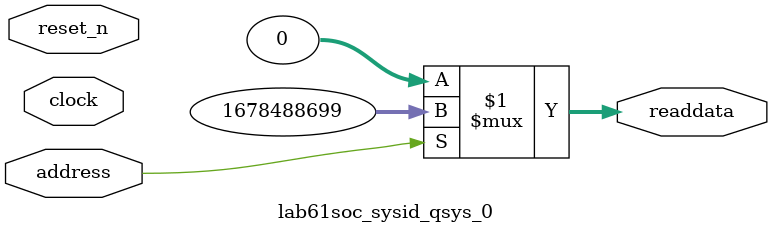
<source format=v>



// synthesis translate_off
`timescale 1ns / 1ps
// synthesis translate_on

// turn off superfluous verilog processor warnings 
// altera message_level Level1 
// altera message_off 10034 10035 10036 10037 10230 10240 10030 

module lab61soc_sysid_qsys_0 (
               // inputs:
                address,
                clock,
                reset_n,

               // outputs:
                readdata
             )
;

  output  [ 31: 0] readdata;
  input            address;
  input            clock;
  input            reset_n;

  wire    [ 31: 0] readdata;
  //control_slave, which is an e_avalon_slave
  assign readdata = address ? 1678488699 : 0;

endmodule



</source>
